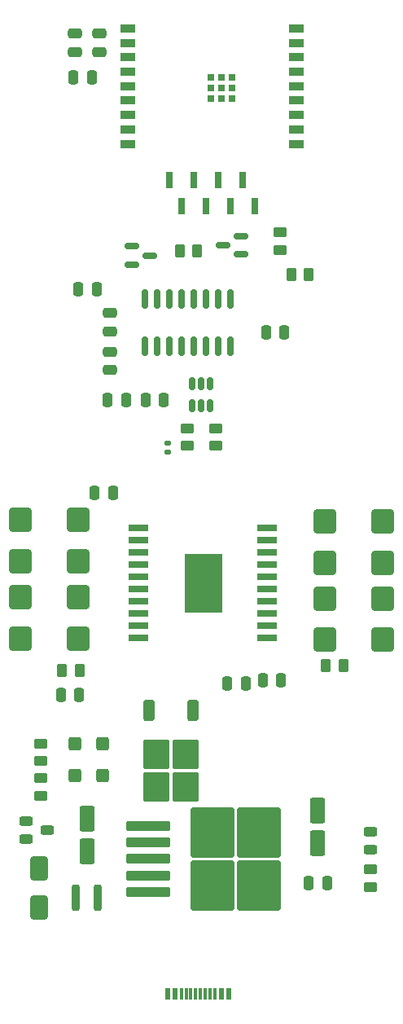
<source format=gbr>
%TF.GenerationSoftware,KiCad,Pcbnew,9.0.1*%
%TF.CreationDate,2025-07-20T14:02:16+01:00*%
%TF.ProjectId,pcb_suiveur,7063625f-7375-4697-9665-75722e6b6963,rev?*%
%TF.SameCoordinates,Original*%
%TF.FileFunction,Paste,Top*%
%TF.FilePolarity,Positive*%
%FSLAX46Y46*%
G04 Gerber Fmt 4.6, Leading zero omitted, Abs format (unit mm)*
G04 Created by KiCad (PCBNEW 9.0.1) date 2025-07-20 14:02:16*
%MOMM*%
%LPD*%
G01*
G04 APERTURE LIST*
G04 Aperture macros list*
%AMRoundRect*
0 Rectangle with rounded corners*
0 $1 Rounding radius*
0 $2 $3 $4 $5 $6 $7 $8 $9 X,Y pos of 4 corners*
0 Add a 4 corners polygon primitive as box body*
4,1,4,$2,$3,$4,$5,$6,$7,$8,$9,$2,$3,0*
0 Add four circle primitives for the rounded corners*
1,1,$1+$1,$2,$3*
1,1,$1+$1,$4,$5*
1,1,$1+$1,$6,$7*
1,1,$1+$1,$8,$9*
0 Add four rect primitives between the rounded corners*
20,1,$1+$1,$2,$3,$4,$5,0*
20,1,$1+$1,$4,$5,$6,$7,0*
20,1,$1+$1,$6,$7,$8,$9,0*
20,1,$1+$1,$8,$9,$2,$3,0*%
G04 Aperture macros list end*
%ADD10C,0.010000*%
%ADD11RoundRect,0.250000X0.900000X-1.000000X0.900000X1.000000X-0.900000X1.000000X-0.900000X-1.000000X0*%
%ADD12RoundRect,0.250000X0.450000X-0.262500X0.450000X0.262500X-0.450000X0.262500X-0.450000X-0.262500X0*%
%ADD13RoundRect,0.250000X-0.550000X1.075000X-0.550000X-1.075000X0.550000X-1.075000X0.550000X1.075000X0*%
%ADD14RoundRect,0.250000X-0.250000X-0.475000X0.250000X-0.475000X0.250000X0.475000X-0.250000X0.475000X0*%
%ADD15RoundRect,0.250000X0.250000X0.475000X-0.250000X0.475000X-0.250000X-0.475000X0.250000X-0.475000X0*%
%ADD16RoundRect,0.250000X0.650000X-1.000000X0.650000X1.000000X-0.650000X1.000000X-0.650000X-1.000000X0*%
%ADD17RoundRect,0.150000X0.150000X-0.825000X0.150000X0.825000X-0.150000X0.825000X-0.150000X-0.825000X0*%
%ADD18RoundRect,0.250000X0.262500X0.450000X-0.262500X0.450000X-0.262500X-0.450000X0.262500X-0.450000X0*%
%ADD19R,0.300000X1.150000*%
%ADD20R,0.600000X1.150000*%
%ADD21RoundRect,0.200000X-0.200000X-1.150000X0.200000X-1.150000X0.200000X1.150000X-0.200000X1.150000X0*%
%ADD22RoundRect,0.150000X-0.587500X-0.150000X0.587500X-0.150000X0.587500X0.150000X-0.587500X0.150000X0*%
%ADD23RoundRect,0.250000X0.400000X0.450000X-0.400000X0.450000X-0.400000X-0.450000X0.400000X-0.450000X0*%
%ADD24RoundRect,0.250000X-0.450000X0.262500X-0.450000X-0.262500X0.450000X-0.262500X0.450000X0.262500X0*%
%ADD25RoundRect,0.250000X-0.350000X0.850000X-0.350000X-0.850000X0.350000X-0.850000X0.350000X0.850000X0*%
%ADD26RoundRect,0.250000X-1.125000X1.275000X-1.125000X-1.275000X1.125000X-1.275000X1.125000X1.275000X0*%
%ADD27RoundRect,0.250000X-0.262500X-0.450000X0.262500X-0.450000X0.262500X0.450000X-0.262500X0.450000X0*%
%ADD28RoundRect,0.147500X0.172500X-0.147500X0.172500X0.147500X-0.172500X0.147500X-0.172500X-0.147500X0*%
%ADD29RoundRect,0.250000X0.550000X-1.075000X0.550000X1.075000X-0.550000X1.075000X-0.550000X-1.075000X0*%
%ADD30RoundRect,0.243750X0.456250X-0.243750X0.456250X0.243750X-0.456250X0.243750X-0.456250X-0.243750X0*%
%ADD31RoundRect,0.250000X-2.050000X-0.300000X2.050000X-0.300000X2.050000X0.300000X-2.050000X0.300000X0*%
%ADD32RoundRect,0.250000X-2.025000X-2.375000X2.025000X-2.375000X2.025000X2.375000X-2.025000X2.375000X0*%
%ADD33RoundRect,0.250000X-0.450000X-0.250000X0.450000X-0.250000X0.450000X0.250000X-0.450000X0.250000X0*%
%ADD34RoundRect,0.250000X-0.475000X0.250000X-0.475000X-0.250000X0.475000X-0.250000X0.475000X0.250000X0*%
%ADD35R,2.000000X0.700000*%
%ADD36RoundRect,0.150000X0.587500X0.150000X-0.587500X0.150000X-0.587500X-0.150000X0.587500X-0.150000X0*%
%ADD37R,0.650000X1.800000*%
%ADD38RoundRect,0.150000X-0.150000X0.512500X-0.150000X-0.512500X0.150000X-0.512500X0.150000X0.512500X0*%
%ADD39R,0.700000X0.700000*%
%ADD40R,1.500000X0.900000*%
G04 APERTURE END LIST*
D10*
%TO.C,U2*%
X151225000Y-101776060D02*
X147424330Y-101776060D01*
X147424330Y-95775000D01*
X151225000Y-95775000D01*
X151225000Y-101776060D01*
G36*
X151225000Y-101776060D02*
G01*
X147424330Y-101776060D01*
X147424330Y-95775000D01*
X151225000Y-95775000D01*
X151225000Y-101776060D01*
G37*
%TD*%
D11*
%TO.C,D4*%
X136375000Y-100260000D03*
X136375000Y-104560000D03*
%TD*%
D12*
%TO.C,R15*%
X166750000Y-128587500D03*
X166750000Y-130412500D03*
%TD*%
D13*
%TO.C,C4*%
X137250000Y-126675000D03*
X137250000Y-123325000D03*
%TD*%
D12*
%TO.C,R8*%
X157325000Y-62362500D03*
X157325000Y-64187500D03*
%TD*%
D14*
%TO.C,C6*%
X138275000Y-68275000D03*
X136375000Y-68275000D03*
%TD*%
D15*
%TO.C,C22*%
X155575000Y-108910000D03*
X157475000Y-108910000D03*
%TD*%
D16*
%TO.C,D12*%
X132250000Y-128500000D03*
X132250000Y-132500000D03*
%TD*%
D17*
%TO.C,U4*%
X143285000Y-69275000D03*
X144555000Y-69275000D03*
X145825000Y-69275000D03*
X147095000Y-69275000D03*
X148365000Y-69275000D03*
X149635000Y-69275000D03*
X150905000Y-69275000D03*
X152175000Y-69275000D03*
X152175000Y-74225000D03*
X150905000Y-74225000D03*
X149635000Y-74225000D03*
X148365000Y-74225000D03*
X147095000Y-74225000D03*
X145825000Y-74225000D03*
X144555000Y-74225000D03*
X143285000Y-74225000D03*
%TD*%
D18*
%TO.C,R11*%
X162112500Y-107410000D03*
X163937500Y-107410000D03*
%TD*%
D19*
%TO.C,P1*%
X148075000Y-141537500D03*
D20*
X151225000Y-141537500D03*
X146425000Y-141537500D03*
D19*
X150075000Y-141537500D03*
X147075000Y-141537500D03*
X149075000Y-141537500D03*
X149575000Y-141537500D03*
X148575000Y-141537500D03*
X150575000Y-141537500D03*
X147575000Y-141537500D03*
D20*
X152025000Y-141537500D03*
X145625000Y-141537500D03*
%TD*%
D21*
%TO.C,L1*%
X138400000Y-131500000D03*
X136100000Y-131500000D03*
%TD*%
D12*
%TO.C,R13*%
X150635000Y-82725000D03*
X150635000Y-84550000D03*
%TD*%
D15*
%TO.C,C21*%
X134575000Y-110410000D03*
X136475000Y-110410000D03*
%TD*%
D22*
%TO.C,Q2*%
X143825000Y-64775000D03*
X141950000Y-65725000D03*
X141950000Y-63825000D03*
%TD*%
D23*
%TO.C,D15*%
X136000000Y-115500000D03*
X138900000Y-115500000D03*
%TD*%
D14*
%TO.C,C18*%
X141325000Y-79775000D03*
X139425000Y-79775000D03*
%TD*%
D11*
%TO.C,D1*%
X136375000Y-92260000D03*
X136375000Y-96560000D03*
%TD*%
D24*
%TO.C,R21*%
X132500000Y-120912500D03*
X132500000Y-119087500D03*
%TD*%
D11*
%TO.C,D3*%
X130375000Y-100260000D03*
X130375000Y-104560000D03*
%TD*%
D15*
%TO.C,C7*%
X155875000Y-72775000D03*
X157775000Y-72775000D03*
%TD*%
D25*
%TO.C,Q6*%
X143745000Y-112025000D03*
X148305000Y-112025000D03*
D26*
X144500000Y-120000000D03*
X147550000Y-120000000D03*
X144500000Y-116650000D03*
X147550000Y-116650000D03*
%TD*%
D15*
%TO.C,C23*%
X138075000Y-89410000D03*
X139975000Y-89410000D03*
%TD*%
D24*
%TO.C,R22*%
X132500000Y-117325000D03*
X132500000Y-115500000D03*
%TD*%
D27*
%TO.C,R9*%
X148737500Y-64275000D03*
X146912500Y-64275000D03*
%TD*%
D28*
%TO.C,FB1*%
X145635000Y-84240000D03*
X145635000Y-85210000D03*
%TD*%
D15*
%TO.C,C20*%
X151875000Y-109275000D03*
X153775000Y-109275000D03*
%TD*%
D29*
%TO.C,C1*%
X161250000Y-122500000D03*
X161250000Y-125850000D03*
%TD*%
D30*
%TO.C,D9*%
X166750000Y-124625000D03*
X166750000Y-126500000D03*
%TD*%
D31*
%TO.C,U6*%
X143600000Y-130900000D03*
X143600000Y-129200000D03*
X143600000Y-127500000D03*
X143600000Y-125800000D03*
X143600000Y-124100000D03*
D32*
X155175000Y-130275000D03*
X155175000Y-124725000D03*
X150325000Y-130275000D03*
X150325000Y-124725000D03*
%TD*%
D33*
%TO.C,Q3*%
X133100000Y-124500000D03*
X130900000Y-125450000D03*
X130900000Y-123550000D03*
%TD*%
D11*
%TO.C,D8*%
X162025000Y-92410000D03*
X162025000Y-96710000D03*
%TD*%
D14*
%TO.C,C8*%
X162250000Y-130000000D03*
X160350000Y-130000000D03*
%TD*%
D18*
%TO.C,R10*%
X158500000Y-66775000D03*
X160325000Y-66775000D03*
%TD*%
D14*
%TO.C,C17*%
X145275000Y-79775000D03*
X143375000Y-79775000D03*
%TD*%
D34*
%TO.C,C15*%
X138515000Y-43625000D03*
X138515000Y-41725000D03*
%TD*%
D35*
%TO.C,U2*%
X156025000Y-93060000D03*
X156025000Y-94330000D03*
X156025000Y-95600000D03*
X156025000Y-96870000D03*
X156025000Y-98140000D03*
X156025000Y-99410000D03*
X156025000Y-100680000D03*
X156025000Y-101950000D03*
X156025000Y-103220000D03*
X156025000Y-104490000D03*
X142625000Y-104490000D03*
X142625000Y-103220000D03*
X142625000Y-101950000D03*
X142625000Y-100680000D03*
X142625000Y-99410000D03*
X142625000Y-98140000D03*
X142625000Y-96870000D03*
X142625000Y-95600000D03*
X142625000Y-94330000D03*
X142625000Y-93060000D03*
%TD*%
D11*
%TO.C,D7*%
X162025000Y-100410000D03*
X162025000Y-104710000D03*
%TD*%
%TO.C,D5*%
X168025000Y-100410000D03*
X168025000Y-104710000D03*
%TD*%
D34*
%TO.C,C16*%
X136015000Y-43625000D03*
X136015000Y-41725000D03*
%TD*%
D36*
%TO.C,Q1*%
X151450000Y-63725000D03*
X153325000Y-62775000D03*
X153325000Y-64675000D03*
%TD*%
D37*
%TO.C,J1*%
X154715000Y-59625000D03*
X153445000Y-56925000D03*
X152175000Y-59625000D03*
X150905000Y-56925000D03*
X149635000Y-59625000D03*
X148365000Y-56925000D03*
X147095000Y-59625000D03*
X145825000Y-56925000D03*
%TD*%
D11*
%TO.C,D2*%
X130375000Y-92260000D03*
X130375000Y-96560000D03*
%TD*%
D34*
%TO.C,C2*%
X139635000Y-72675000D03*
X139635000Y-70775000D03*
%TD*%
D23*
%TO.C,D14*%
X136000000Y-118850000D03*
X138900000Y-118850000D03*
%TD*%
D27*
%TO.C,R14*%
X136525000Y-107910000D03*
X134700000Y-107910000D03*
%TD*%
D38*
%TO.C,U3*%
X150085000Y-80362500D03*
X149135000Y-80362500D03*
X148185000Y-80362500D03*
X148185000Y-78087500D03*
X149135000Y-78087500D03*
X150085000Y-78087500D03*
%TD*%
D11*
%TO.C,D6*%
X168025000Y-92410000D03*
X168025000Y-96710000D03*
%TD*%
D34*
%TO.C,C3*%
X139635000Y-76675000D03*
X139635000Y-74775000D03*
%TD*%
D14*
%TO.C,C19*%
X137775000Y-46275000D03*
X135875000Y-46275000D03*
%TD*%
D12*
%TO.C,R12*%
X147685000Y-82725000D03*
X147685000Y-84550000D03*
%TD*%
D39*
%TO.C,U1*%
X150125000Y-46275000D03*
X150125000Y-47375000D03*
X150125000Y-48475000D03*
X151225000Y-46275000D03*
X151225000Y-47375000D03*
X151225000Y-48475000D03*
X152325000Y-46275000D03*
X152325000Y-47375000D03*
X152325000Y-48475000D03*
D40*
X141515000Y-41175000D03*
X141515000Y-42675000D03*
X141515000Y-44175000D03*
X141515000Y-45675000D03*
X141515000Y-47175000D03*
X141515000Y-48675000D03*
X141515000Y-50175000D03*
X141515000Y-51675000D03*
X141515000Y-53175000D03*
X159015000Y-53175000D03*
X159015000Y-51675000D03*
X159015000Y-50175000D03*
X159015000Y-48675000D03*
X159015000Y-47175000D03*
X159015000Y-45675000D03*
X159015000Y-44175000D03*
X159015000Y-42675000D03*
X159015000Y-41175000D03*
%TD*%
M02*

</source>
